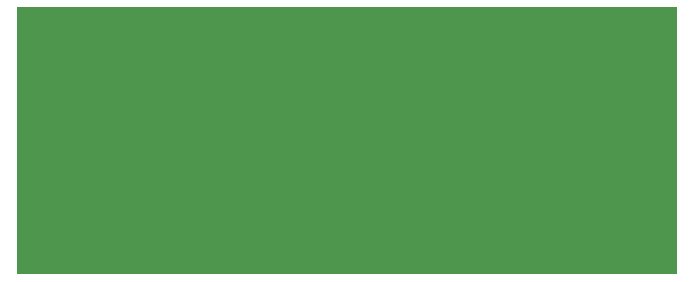
<source format=gbr>
G04 DipTrace 2.2.0.9*
%INBoard.gbr*%
%MOIN*%
%ADD11C,0.006*%
%FSLAX44Y44*%
%SFA1B1*%
%OFA0B0*%
G04*
G70*
G90*
G75*
G01*
%LNBoardPoly*%
%LPD*%
G36*
X3940Y12840D2*
D11*
X25930D1*
Y3940D1*
X3940D1*
Y12840D1*
G37*
M02*

</source>
